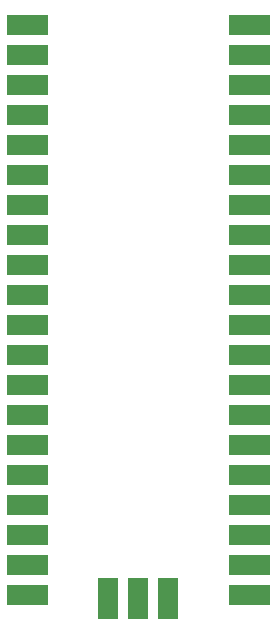
<source format=gbp>
G04 Layer: BottomPasteMaskLayer*
G04 EasyEDA v6.5.1, 2022-08-10 00:04:10*
G04 a67cddfb3fce44daa9051d46cbbcc19f,10*
G04 Gerber Generator version 0.2*
G04 Scale: 100 percent, Rotated: No, Reflected: No *
G04 Dimensions in millimeters *
G04 leading zeros omitted , absolute positions ,4 integer and 5 decimal *
%FSLAX45Y45*%
%MOMM*%

%ADD10C,0.0001*%

%LPD*%
G36*
X3331001Y4784219D02*
G01*
X3331001Y5134206D01*
X3160999Y5134206D01*
X3160999Y4784219D01*
G37*
G36*
X4614793Y9898001D02*
G01*
X4264807Y9898001D01*
X4264807Y9727999D01*
X4614793Y9727999D01*
G37*
G36*
X4614793Y9644001D02*
G01*
X4264807Y9644001D01*
X4264807Y9473999D01*
X4614793Y9473999D01*
G37*
G36*
X4614793Y9390001D02*
G01*
X4264807Y9390001D01*
X4264807Y9219999D01*
X4614793Y9219999D01*
G37*
G36*
X4614793Y9136001D02*
G01*
X4264807Y9136001D01*
X4264807Y8965999D01*
X4614793Y8965999D01*
G37*
G36*
X4614793Y8882001D02*
G01*
X4264807Y8882001D01*
X4264807Y8711999D01*
X4614793Y8711999D01*
G37*
G36*
X4614793Y8628001D02*
G01*
X4264807Y8628001D01*
X4264807Y8457999D01*
X4614793Y8457999D01*
G37*
G36*
X4614793Y8374001D02*
G01*
X4264807Y8374001D01*
X4264807Y8203999D01*
X4614793Y8203999D01*
G37*
G36*
X4614793Y8120001D02*
G01*
X4264807Y8120001D01*
X4264807Y7949999D01*
X4614793Y7949999D01*
G37*
G36*
X4614793Y7866001D02*
G01*
X4264807Y7866001D01*
X4264807Y7695999D01*
X4614793Y7695999D01*
G37*
G36*
X4614793Y7612001D02*
G01*
X4264807Y7612001D01*
X4264807Y7441999D01*
X4614793Y7441999D01*
G37*
G36*
X4614793Y7358001D02*
G01*
X4264807Y7358001D01*
X4264807Y7187999D01*
X4614793Y7187999D01*
G37*
G36*
X4614793Y7104001D02*
G01*
X4264807Y7104001D01*
X4264807Y6933999D01*
X4614793Y6933999D01*
G37*
G36*
X4614793Y6850001D02*
G01*
X4264807Y6850001D01*
X4264807Y6679999D01*
X4614793Y6679999D01*
G37*
G36*
X4614793Y6596001D02*
G01*
X4264807Y6596001D01*
X4264807Y6425999D01*
X4614793Y6425999D01*
G37*
G36*
X4614793Y6342001D02*
G01*
X4264807Y6342001D01*
X4264807Y6171999D01*
X4614793Y6171999D01*
G37*
G36*
X4614793Y6088001D02*
G01*
X4264807Y6088001D01*
X4264807Y5917999D01*
X4614793Y5917999D01*
G37*
G36*
X4614793Y5834001D02*
G01*
X4264807Y5834001D01*
X4264807Y5663999D01*
X4614793Y5663999D01*
G37*
G36*
X4614793Y5580001D02*
G01*
X4264807Y5580001D01*
X4264807Y5409999D01*
X4614793Y5409999D01*
G37*
G36*
X4614793Y5326001D02*
G01*
X4264807Y5326001D01*
X4264807Y5155999D01*
X4614793Y5155999D01*
G37*
G36*
X4614793Y5072001D02*
G01*
X4264807Y5072001D01*
X4264807Y4901999D01*
X4614793Y4901999D01*
G37*
G36*
X2735193Y9898001D02*
G01*
X2385207Y9898001D01*
X2385207Y9727999D01*
X2735193Y9727999D01*
G37*
G36*
X2735193Y9644001D02*
G01*
X2385207Y9644001D01*
X2385207Y9473999D01*
X2735193Y9473999D01*
G37*
G36*
X2735193Y9390001D02*
G01*
X2385207Y9390001D01*
X2385207Y9219999D01*
X2735193Y9219999D01*
G37*
G36*
X2735193Y9136001D02*
G01*
X2385207Y9136001D01*
X2385207Y8965999D01*
X2735193Y8965999D01*
G37*
G36*
X2735193Y8882001D02*
G01*
X2385207Y8882001D01*
X2385207Y8711999D01*
X2735193Y8711999D01*
G37*
G36*
X2735193Y8628001D02*
G01*
X2385207Y8628001D01*
X2385207Y8457999D01*
X2735193Y8457999D01*
G37*
G36*
X2735193Y8374001D02*
G01*
X2385207Y8374001D01*
X2385207Y8203999D01*
X2735193Y8203999D01*
G37*
G36*
X2735193Y8120001D02*
G01*
X2385207Y8120001D01*
X2385207Y7949999D01*
X2735193Y7949999D01*
G37*
G36*
X2735193Y7866001D02*
G01*
X2385207Y7866001D01*
X2385207Y7695999D01*
X2735193Y7695999D01*
G37*
G36*
X2735193Y7612001D02*
G01*
X2385207Y7612001D01*
X2385207Y7441999D01*
X2735193Y7441999D01*
G37*
G36*
X2735193Y7358001D02*
G01*
X2385207Y7358001D01*
X2385207Y7187999D01*
X2735193Y7187999D01*
G37*
G36*
X2735193Y7104001D02*
G01*
X2385207Y7104001D01*
X2385207Y6933999D01*
X2735193Y6933999D01*
G37*
G36*
X2735193Y6850001D02*
G01*
X2385207Y6850001D01*
X2385207Y6679999D01*
X2735193Y6679999D01*
G37*
G36*
X2735193Y6596001D02*
G01*
X2385207Y6596001D01*
X2385207Y6425999D01*
X2735193Y6425999D01*
G37*
G36*
X2735193Y6342001D02*
G01*
X2385207Y6342001D01*
X2385207Y6171999D01*
X2735193Y6171999D01*
G37*
G36*
X2735193Y6088001D02*
G01*
X2385207Y6088001D01*
X2385207Y5917999D01*
X2735193Y5917999D01*
G37*
G36*
X2735193Y5834001D02*
G01*
X2385207Y5834001D01*
X2385207Y5663999D01*
X2735193Y5663999D01*
G37*
G36*
X2735193Y5580001D02*
G01*
X2385207Y5580001D01*
X2385207Y5409999D01*
X2735193Y5409999D01*
G37*
G36*
X2735193Y5326001D02*
G01*
X2385207Y5326001D01*
X2385207Y5155999D01*
X2735193Y5155999D01*
G37*
G36*
X2735193Y5072001D02*
G01*
X2385207Y5072001D01*
X2385207Y4901999D01*
X2735193Y4901999D01*
G37*
G36*
X3839001Y4784219D02*
G01*
X3839001Y5134206D01*
X3668999Y5134206D01*
X3668999Y4784219D01*
G37*
G36*
X3585001Y4784219D02*
G01*
X3585001Y5134206D01*
X3414999Y5134206D01*
X3414999Y4784219D01*
G37*
M02*

</source>
